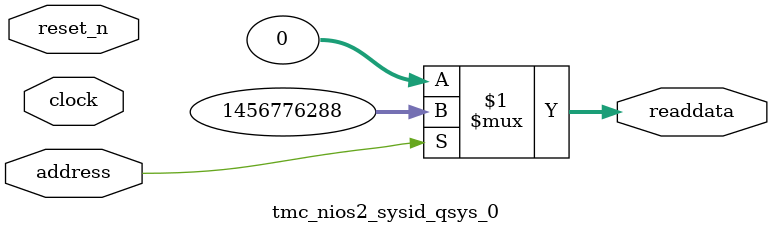
<source format=v>



// synthesis translate_off
`timescale 1ns / 1ps
// synthesis translate_on

// turn off superfluous verilog processor warnings 
// altera message_level Level1 
// altera message_off 10034 10035 10036 10037 10230 10240 10030 

module tmc_nios2_sysid_qsys_0 (
               // inputs:
                address,
                clock,
                reset_n,

               // outputs:
                readdata
             )
;

  output  [ 31: 0] readdata;
  input            address;
  input            clock;
  input            reset_n;

  wire    [ 31: 0] readdata;
  //control_slave, which is an e_avalon_slave
  assign readdata = address ? 1456776288 : 0;

endmodule




</source>
